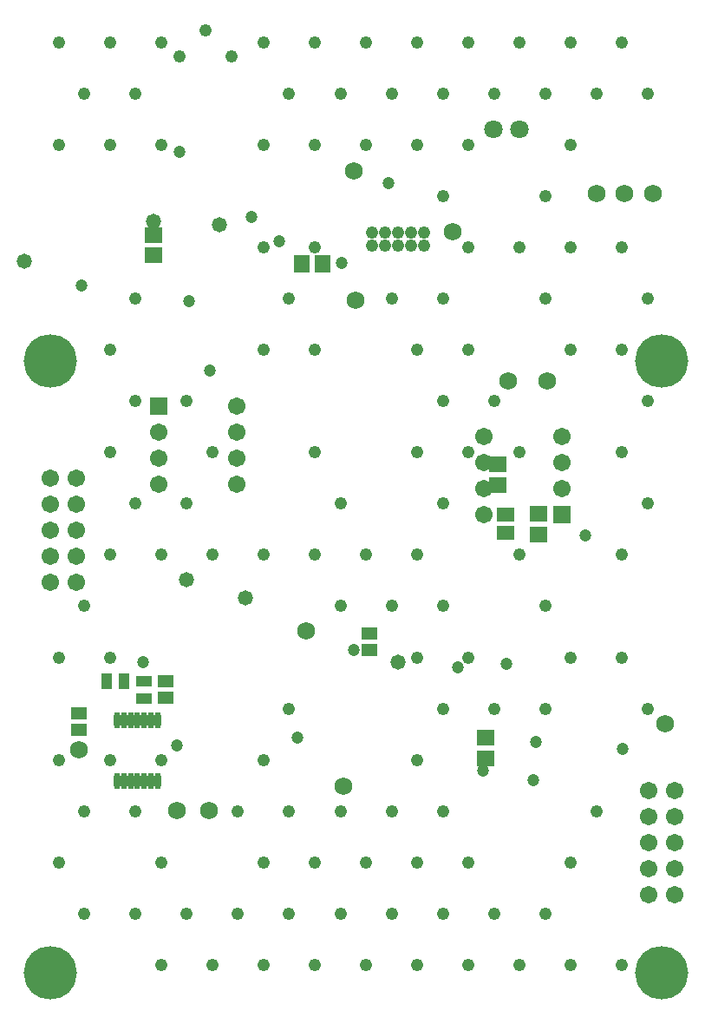
<source format=gbr>
%TF.GenerationSoftware,Altium Limited,Altium Designer,18.0.9 (584)*%
G04 Layer_Color=16711935*
%FSLAX26Y26*%
%MOIN*%
%TF.FileFunction,Soldermask,Bot*%
%TF.Part,Single*%
G01*
G75*
%TA.AperFunction,ComponentPad*%
%ADD43C,0.068000*%
%TA.AperFunction,SMDPad,CuDef*%
%ADD55R,0.069024X0.061150*%
%ADD56R,0.061150X0.069024*%
%ADD57R,0.059181X0.041465*%
%ADD59R,0.065087X0.053276*%
%ADD67R,0.041465X0.059181*%
%ADD68R,0.061150X0.045402*%
%TA.AperFunction,ComponentPad*%
%ADD70C,0.067055*%
%ADD71C,0.070992*%
%ADD72C,0.048000*%
%ADD73R,0.067055X0.067055*%
%TA.AperFunction,ViaPad*%
%ADD74C,0.204850*%
%ADD75C,0.047370*%
%ADD76C,0.058000*%
%ADD77C,0.048000*%
%TA.AperFunction,SMDPad,CuDef*%
%ADD83O,0.025716X0.063118*%
D43*
X634913Y774110D02*
D03*
X2058338Y2423260D02*
D03*
X1908732D02*
D03*
X1315110Y3231110D02*
D03*
X1323110Y2735110D02*
D03*
X2466110Y3145110D02*
D03*
X2355110Y3145110D02*
D03*
X2250110Y3143810D02*
D03*
X1694110Y2997110D02*
D03*
X1132110Y1463110D02*
D03*
X760110Y774110D02*
D03*
X257759Y1005858D02*
D03*
X1275110Y868110D02*
D03*
X2511110Y1107110D02*
D03*
D55*
X1822110Y1052480D02*
D03*
Y973740D02*
D03*
X545110Y2906740D02*
D03*
Y2985480D02*
D03*
X2025000Y1835630D02*
D03*
Y1914370D02*
D03*
X1869134Y2024197D02*
D03*
Y2102937D02*
D03*
D56*
X1116764Y2873567D02*
D03*
X1195504D02*
D03*
D57*
X508110Y1271575D02*
D03*
Y1204646D02*
D03*
D59*
X1900000Y1839566D02*
D03*
Y1910432D02*
D03*
D67*
X433575Y1269110D02*
D03*
X366646D02*
D03*
D68*
X260110Y1085614D02*
D03*
Y1148606D02*
D03*
X1374110Y1454606D02*
D03*
Y1391614D02*
D03*
X591110Y1206614D02*
D03*
Y1269606D02*
D03*
D70*
X150110Y2050110D02*
D03*
Y1950110D02*
D03*
Y1850110D02*
D03*
Y1750110D02*
D03*
Y1650110D02*
D03*
X250110Y2050110D02*
D03*
Y1950110D02*
D03*
Y1850110D02*
D03*
Y1750110D02*
D03*
Y1650110D02*
D03*
X1814134Y2209568D02*
D03*
Y2109568D02*
D03*
Y2009568D02*
D03*
Y1909568D02*
D03*
X2114134Y2209568D02*
D03*
Y2109568D02*
D03*
Y2009568D02*
D03*
X2450110Y850110D02*
D03*
Y750110D02*
D03*
Y650110D02*
D03*
Y550110D02*
D03*
Y450110D02*
D03*
X2550110Y850110D02*
D03*
Y750110D02*
D03*
Y650110D02*
D03*
Y550110D02*
D03*
Y450110D02*
D03*
X866110Y2027110D02*
D03*
Y2127110D02*
D03*
Y2227110D02*
D03*
Y2327110D02*
D03*
X566110Y2027110D02*
D03*
Y2127110D02*
D03*
Y2227110D02*
D03*
D71*
X1952110Y3390110D02*
D03*
X1852110D02*
D03*
D72*
X644110Y3669110D02*
D03*
X844110D02*
D03*
X744110Y3769110D02*
D03*
X1585110Y2995112D02*
D03*
Y2945112D02*
D03*
X1535110Y2995112D02*
D03*
Y2945112D02*
D03*
X1485110Y2995112D02*
D03*
Y2945112D02*
D03*
X1435110Y2995112D02*
D03*
Y2945112D02*
D03*
X1385110Y2995112D02*
D03*
Y2945112D02*
D03*
D73*
X2114134Y1909568D02*
D03*
X566110Y2327110D02*
D03*
D74*
X150110Y150110D02*
D03*
X2500110D02*
D03*
X150110Y2500110D02*
D03*
X2500110D02*
D03*
D75*
X1903009Y1337474D02*
D03*
X1813252Y926110D02*
D03*
X2005362Y890110D02*
D03*
X2350110Y1010110D02*
D03*
X270110Y2790110D02*
D03*
X2205110Y1830110D02*
D03*
X2015488Y1038780D02*
D03*
X1713800Y1325110D02*
D03*
X645110Y3305110D02*
D03*
X1030110Y2960110D02*
D03*
X921110Y3055110D02*
D03*
X682110Y2732110D02*
D03*
X1447616Y3185110D02*
D03*
X1268110Y2876110D02*
D03*
X762110Y2463110D02*
D03*
X1099110Y1053110D02*
D03*
X1316110Y1392065D02*
D03*
X505110Y1344110D02*
D03*
X634922Y1024110D02*
D03*
D76*
X1485110Y1345110D02*
D03*
X900000Y1591492D02*
D03*
X672000Y1662000D02*
D03*
X49000Y2883000D02*
D03*
X797110Y3023110D02*
D03*
X544110Y3037362D02*
D03*
D77*
X279528Y377953D02*
D03*
X181102Y574803D02*
D03*
X279528Y771654D02*
D03*
X181102Y968504D02*
D03*
Y1362205D02*
D03*
X279528Y1559055D02*
D03*
X181102Y3330709D02*
D03*
X279528Y3527559D02*
D03*
X181102Y3724410D02*
D03*
X476378Y377953D02*
D03*
Y771654D02*
D03*
X377953Y968504D02*
D03*
Y1362205D02*
D03*
Y1755906D02*
D03*
X476378Y1952756D02*
D03*
X377953Y2149606D02*
D03*
X476378Y2346457D02*
D03*
X377953Y2543307D02*
D03*
X476378Y2740158D02*
D03*
X377953Y3330709D02*
D03*
X476378Y3527559D02*
D03*
X377953Y3724410D02*
D03*
X574803Y181102D02*
D03*
X673228Y377953D02*
D03*
X574803Y574803D02*
D03*
Y968504D02*
D03*
Y1755906D02*
D03*
X673228Y1952756D02*
D03*
Y2346457D02*
D03*
X574803Y3330709D02*
D03*
Y3724410D02*
D03*
X771654Y181102D02*
D03*
X870079Y377953D02*
D03*
Y771654D02*
D03*
X771654Y1755906D02*
D03*
Y2149606D02*
D03*
X968504Y181102D02*
D03*
X1066929Y377953D02*
D03*
X968504Y574803D02*
D03*
X1066929Y771654D02*
D03*
X968504Y968504D02*
D03*
X1066929Y1165354D02*
D03*
X968504Y1755906D02*
D03*
Y2543307D02*
D03*
X1066929Y2740158D02*
D03*
X968504Y2937008D02*
D03*
Y3330709D02*
D03*
X1066929Y3527559D02*
D03*
X968504Y3724410D02*
D03*
X1165354Y181102D02*
D03*
X1263780Y377953D02*
D03*
X1165354Y574803D02*
D03*
X1263780Y771654D02*
D03*
Y1559055D02*
D03*
X1165354Y1755906D02*
D03*
X1263780Y1952756D02*
D03*
X1165354Y2149606D02*
D03*
Y2543307D02*
D03*
Y2937008D02*
D03*
Y3330709D02*
D03*
X1263780Y3527559D02*
D03*
X1165354Y3724410D02*
D03*
X1362205Y181102D02*
D03*
X1460630Y377953D02*
D03*
X1362205Y574803D02*
D03*
X1460630Y771654D02*
D03*
Y1559055D02*
D03*
X1362205Y1755906D02*
D03*
X1460630Y2740158D02*
D03*
X1362205Y3330709D02*
D03*
X1460630Y3527559D02*
D03*
X1362205Y3724410D02*
D03*
X1559055Y181102D02*
D03*
X1657480Y377953D02*
D03*
X1559055Y574803D02*
D03*
X1657480Y771654D02*
D03*
X1559055Y968504D02*
D03*
X1657480Y1165354D02*
D03*
X1559055Y1362205D02*
D03*
X1657480Y1559055D02*
D03*
X1559055Y1755906D02*
D03*
X1657480Y1952756D02*
D03*
X1559055Y2149606D02*
D03*
X1657480Y2346457D02*
D03*
X1559055Y2543307D02*
D03*
X1657480Y2740158D02*
D03*
Y3133858D02*
D03*
X1559055Y3330709D02*
D03*
X1657480Y3527559D02*
D03*
X1559055Y3724410D02*
D03*
X1755906Y181102D02*
D03*
X1854331Y377953D02*
D03*
X1755906Y574803D02*
D03*
X1854331Y1165354D02*
D03*
X1755906Y1362205D02*
D03*
Y2149606D02*
D03*
X1854331Y2346457D02*
D03*
X1755906Y2543307D02*
D03*
Y2937008D02*
D03*
Y3330709D02*
D03*
X1854331Y3527559D02*
D03*
X1755906Y3724410D02*
D03*
X1952756Y181102D02*
D03*
X2051181Y377953D02*
D03*
Y1165354D02*
D03*
Y1559055D02*
D03*
X1952756Y1755906D02*
D03*
Y2149606D02*
D03*
X2051181Y2740158D02*
D03*
X1952756Y2937008D02*
D03*
X2051181Y3133858D02*
D03*
Y3527559D02*
D03*
X1952756Y3724410D02*
D03*
X2149606Y181102D02*
D03*
Y574803D02*
D03*
X2248032Y771654D02*
D03*
X2149606Y1362205D02*
D03*
Y2543307D02*
D03*
Y2937008D02*
D03*
Y3330709D02*
D03*
X2248032Y3527559D02*
D03*
X2149606Y3724410D02*
D03*
X2346457Y181102D02*
D03*
X2444882Y1165354D02*
D03*
X2346457Y1362205D02*
D03*
Y1755906D02*
D03*
X2444882Y1952756D02*
D03*
X2346457Y2149606D02*
D03*
X2444882Y2346457D02*
D03*
X2346457Y2543307D02*
D03*
X2444882Y2740158D02*
D03*
X2346457Y2937008D02*
D03*
X2444882Y3527559D02*
D03*
X2346457Y3724410D02*
D03*
D83*
X406929Y1121252D02*
D03*
X432520D02*
D03*
X458110D02*
D03*
X483701D02*
D03*
X509291D02*
D03*
X534882D02*
D03*
X560473D02*
D03*
X406929Y888968D02*
D03*
X432520D02*
D03*
X458110D02*
D03*
X483701D02*
D03*
X509291D02*
D03*
X534882D02*
D03*
X560473D02*
D03*
%TF.MD5,30abb3863dcacb96d0b4bf591cc99937*%
M02*

</source>
